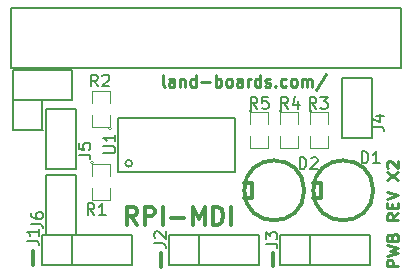
<source format=gto>
G04 (created by PCBNEW (2013-07-07 BZR 4022)-stable) date 11/27/2014 11:17:14 AM*
%MOIN*%
G04 Gerber Fmt 3.4, Leading zero omitted, Abs format*
%FSLAX34Y34*%
G01*
G70*
G90*
G04 APERTURE LIST*
%ADD10C,0.00590551*%
%ADD11C,0.011811*%
%ADD12C,0.00984252*%
%ADD13C,0.008*%
%ADD14C,0.006*%
%ADD15C,0.0039*%
%ADD16C,0.005*%
%ADD17C,0.012*%
G04 APERTURE END LIST*
G54D10*
G54D11*
X18680Y-20346D02*
X18680Y-20795D01*
X22950Y-20406D02*
X22950Y-20855D01*
X26680Y-20386D02*
X26680Y-20835D01*
X22151Y-19451D02*
X21954Y-19170D01*
X21813Y-19451D02*
X21813Y-18861D01*
X22038Y-18861D01*
X22095Y-18889D01*
X22123Y-18917D01*
X22151Y-18973D01*
X22151Y-19057D01*
X22123Y-19114D01*
X22095Y-19142D01*
X22038Y-19170D01*
X21813Y-19170D01*
X22404Y-19451D02*
X22404Y-18861D01*
X22629Y-18861D01*
X22685Y-18889D01*
X22713Y-18917D01*
X22741Y-18973D01*
X22741Y-19057D01*
X22713Y-19114D01*
X22685Y-19142D01*
X22629Y-19170D01*
X22404Y-19170D01*
X22994Y-19451D02*
X22994Y-18861D01*
X23276Y-19226D02*
X23726Y-19226D01*
X24007Y-19451D02*
X24007Y-18861D01*
X24204Y-19282D01*
X24401Y-18861D01*
X24401Y-19451D01*
X24682Y-19451D02*
X24682Y-18861D01*
X24822Y-18861D01*
X24907Y-18889D01*
X24963Y-18945D01*
X24991Y-19001D01*
X25019Y-19114D01*
X25019Y-19198D01*
X24991Y-19311D01*
X24963Y-19367D01*
X24907Y-19423D01*
X24822Y-19451D01*
X24682Y-19451D01*
X25272Y-19451D02*
X25272Y-18861D01*
G54D12*
X30859Y-20843D02*
X30465Y-20843D01*
X30465Y-20693D01*
X30484Y-20656D01*
X30503Y-20637D01*
X30540Y-20618D01*
X30596Y-20618D01*
X30634Y-20637D01*
X30653Y-20656D01*
X30671Y-20693D01*
X30671Y-20843D01*
X30465Y-20487D02*
X30859Y-20393D01*
X30578Y-20318D01*
X30859Y-20243D01*
X30465Y-20149D01*
X30653Y-19868D02*
X30671Y-19812D01*
X30690Y-19793D01*
X30728Y-19774D01*
X30784Y-19774D01*
X30821Y-19793D01*
X30840Y-19812D01*
X30859Y-19849D01*
X30859Y-19999D01*
X30465Y-19999D01*
X30465Y-19868D01*
X30484Y-19831D01*
X30503Y-19812D01*
X30540Y-19793D01*
X30578Y-19793D01*
X30615Y-19812D01*
X30634Y-19831D01*
X30653Y-19868D01*
X30653Y-19999D01*
X30859Y-19081D02*
X30671Y-19212D01*
X30859Y-19306D02*
X30465Y-19306D01*
X30465Y-19156D01*
X30484Y-19118D01*
X30503Y-19100D01*
X30540Y-19081D01*
X30596Y-19081D01*
X30634Y-19100D01*
X30653Y-19118D01*
X30671Y-19156D01*
X30671Y-19306D01*
X30653Y-18912D02*
X30653Y-18781D01*
X30859Y-18725D02*
X30859Y-18912D01*
X30465Y-18912D01*
X30465Y-18725D01*
X30465Y-18612D02*
X30859Y-18481D01*
X30465Y-18350D01*
X30465Y-17956D02*
X30859Y-17693D01*
X30465Y-17693D02*
X30859Y-17956D01*
X30503Y-17562D02*
X30484Y-17543D01*
X30465Y-17506D01*
X30465Y-17412D01*
X30484Y-17375D01*
X30503Y-17356D01*
X30540Y-17337D01*
X30578Y-17337D01*
X30634Y-17356D01*
X30859Y-17581D01*
X30859Y-17337D01*
X23065Y-14859D02*
X23028Y-14840D01*
X23009Y-14803D01*
X23009Y-14465D01*
X23384Y-14859D02*
X23384Y-14653D01*
X23365Y-14615D01*
X23328Y-14596D01*
X23253Y-14596D01*
X23215Y-14615D01*
X23384Y-14840D02*
X23347Y-14859D01*
X23253Y-14859D01*
X23215Y-14840D01*
X23197Y-14803D01*
X23197Y-14765D01*
X23215Y-14728D01*
X23253Y-14709D01*
X23347Y-14709D01*
X23384Y-14690D01*
X23572Y-14596D02*
X23572Y-14859D01*
X23572Y-14634D02*
X23590Y-14615D01*
X23628Y-14596D01*
X23684Y-14596D01*
X23722Y-14615D01*
X23740Y-14653D01*
X23740Y-14859D01*
X24097Y-14859D02*
X24097Y-14465D01*
X24097Y-14840D02*
X24059Y-14859D01*
X23984Y-14859D01*
X23947Y-14840D01*
X23928Y-14821D01*
X23909Y-14784D01*
X23909Y-14671D01*
X23928Y-14634D01*
X23947Y-14615D01*
X23984Y-14596D01*
X24059Y-14596D01*
X24097Y-14615D01*
X24284Y-14709D02*
X24584Y-14709D01*
X24771Y-14859D02*
X24771Y-14465D01*
X24771Y-14615D02*
X24809Y-14596D01*
X24884Y-14596D01*
X24921Y-14615D01*
X24940Y-14634D01*
X24959Y-14671D01*
X24959Y-14784D01*
X24940Y-14821D01*
X24921Y-14840D01*
X24884Y-14859D01*
X24809Y-14859D01*
X24771Y-14840D01*
X25184Y-14859D02*
X25146Y-14840D01*
X25128Y-14821D01*
X25109Y-14784D01*
X25109Y-14671D01*
X25128Y-14634D01*
X25146Y-14615D01*
X25184Y-14596D01*
X25240Y-14596D01*
X25278Y-14615D01*
X25296Y-14634D01*
X25315Y-14671D01*
X25315Y-14784D01*
X25296Y-14821D01*
X25278Y-14840D01*
X25240Y-14859D01*
X25184Y-14859D01*
X25653Y-14859D02*
X25653Y-14653D01*
X25634Y-14615D01*
X25596Y-14596D01*
X25521Y-14596D01*
X25484Y-14615D01*
X25653Y-14840D02*
X25615Y-14859D01*
X25521Y-14859D01*
X25484Y-14840D01*
X25465Y-14803D01*
X25465Y-14765D01*
X25484Y-14728D01*
X25521Y-14709D01*
X25615Y-14709D01*
X25653Y-14690D01*
X25840Y-14859D02*
X25840Y-14596D01*
X25840Y-14671D02*
X25859Y-14634D01*
X25878Y-14615D01*
X25915Y-14596D01*
X25953Y-14596D01*
X26253Y-14859D02*
X26253Y-14465D01*
X26253Y-14840D02*
X26215Y-14859D01*
X26140Y-14859D01*
X26103Y-14840D01*
X26084Y-14821D01*
X26065Y-14784D01*
X26065Y-14671D01*
X26084Y-14634D01*
X26103Y-14615D01*
X26140Y-14596D01*
X26215Y-14596D01*
X26253Y-14615D01*
X26421Y-14840D02*
X26459Y-14859D01*
X26534Y-14859D01*
X26571Y-14840D01*
X26590Y-14803D01*
X26590Y-14784D01*
X26571Y-14746D01*
X26534Y-14728D01*
X26478Y-14728D01*
X26440Y-14709D01*
X26421Y-14671D01*
X26421Y-14653D01*
X26440Y-14615D01*
X26478Y-14596D01*
X26534Y-14596D01*
X26571Y-14615D01*
X26759Y-14821D02*
X26777Y-14840D01*
X26759Y-14859D01*
X26740Y-14840D01*
X26759Y-14821D01*
X26759Y-14859D01*
X27115Y-14840D02*
X27077Y-14859D01*
X27002Y-14859D01*
X26965Y-14840D01*
X26946Y-14821D01*
X26927Y-14784D01*
X26927Y-14671D01*
X26946Y-14634D01*
X26965Y-14615D01*
X27002Y-14596D01*
X27077Y-14596D01*
X27115Y-14615D01*
X27340Y-14859D02*
X27302Y-14840D01*
X27284Y-14821D01*
X27265Y-14784D01*
X27265Y-14671D01*
X27284Y-14634D01*
X27302Y-14615D01*
X27340Y-14596D01*
X27396Y-14596D01*
X27434Y-14615D01*
X27452Y-14634D01*
X27471Y-14671D01*
X27471Y-14784D01*
X27452Y-14821D01*
X27434Y-14840D01*
X27396Y-14859D01*
X27340Y-14859D01*
X27640Y-14859D02*
X27640Y-14596D01*
X27640Y-14634D02*
X27659Y-14615D01*
X27696Y-14596D01*
X27752Y-14596D01*
X27790Y-14615D01*
X27809Y-14653D01*
X27809Y-14859D01*
X27809Y-14653D02*
X27827Y-14615D01*
X27865Y-14596D01*
X27921Y-14596D01*
X27959Y-14615D01*
X27977Y-14653D01*
X27977Y-14859D01*
X28446Y-14446D02*
X28109Y-14953D01*
G54D13*
X17944Y-14228D02*
X30944Y-14228D01*
X30944Y-12228D02*
X17944Y-12228D01*
X17944Y-12228D02*
X17944Y-14228D01*
X30944Y-14228D02*
X30944Y-12228D01*
G54D14*
X26916Y-20811D02*
X26916Y-19811D01*
X26916Y-19811D02*
X29916Y-19811D01*
X29916Y-19811D02*
X29916Y-20811D01*
X29916Y-20811D02*
X26916Y-20811D01*
X27916Y-19811D02*
X27916Y-20811D01*
G54D15*
X27966Y-15661D02*
G75*
G03X27966Y-15661I-50J0D01*
G74*
G01*
X27916Y-16111D02*
X27916Y-15711D01*
X27916Y-15711D02*
X28516Y-15711D01*
X28516Y-15711D02*
X28516Y-16111D01*
X28516Y-16511D02*
X28516Y-16911D01*
X28516Y-16911D02*
X27916Y-16911D01*
X27916Y-16911D02*
X27916Y-16511D01*
X21294Y-16240D02*
G75*
G03X21294Y-16240I-50J0D01*
G74*
G01*
X21244Y-15790D02*
X21244Y-16190D01*
X21244Y-16190D02*
X20644Y-16190D01*
X20644Y-16190D02*
X20644Y-15790D01*
X20644Y-15390D02*
X20644Y-14990D01*
X20644Y-14990D02*
X21244Y-14990D01*
X21244Y-14990D02*
X21244Y-15390D01*
X20694Y-17381D02*
G75*
G03X20694Y-17381I-50J0D01*
G74*
G01*
X20644Y-17831D02*
X20644Y-17431D01*
X20644Y-17431D02*
X21244Y-17431D01*
X21244Y-17431D02*
X21244Y-17831D01*
X21244Y-18231D02*
X21244Y-18631D01*
X21244Y-18631D02*
X20644Y-18631D01*
X20644Y-18631D02*
X20644Y-18231D01*
X26966Y-15661D02*
G75*
G03X26966Y-15661I-50J0D01*
G74*
G01*
X26916Y-16111D02*
X26916Y-15711D01*
X26916Y-15711D02*
X27516Y-15711D01*
X27516Y-15711D02*
X27516Y-16111D01*
X27516Y-16511D02*
X27516Y-16911D01*
X27516Y-16911D02*
X26916Y-16911D01*
X26916Y-16911D02*
X26916Y-16511D01*
X25966Y-15661D02*
G75*
G03X25966Y-15661I-50J0D01*
G74*
G01*
X25916Y-16111D02*
X25916Y-15711D01*
X25916Y-15711D02*
X26516Y-15711D01*
X26516Y-15711D02*
X26516Y-16111D01*
X26516Y-16511D02*
X26516Y-16911D01*
X26516Y-16911D02*
X25916Y-16911D01*
X25916Y-16911D02*
X25916Y-16511D01*
G54D14*
X23216Y-20811D02*
X23216Y-19811D01*
X23216Y-19811D02*
X26216Y-19811D01*
X26216Y-19811D02*
X26216Y-20811D01*
X26216Y-20811D02*
X23216Y-20811D01*
X24216Y-19811D02*
X24216Y-20811D01*
X20100Y-17600D02*
X19100Y-17600D01*
X19100Y-17600D02*
X19100Y-15600D01*
X19100Y-15600D02*
X20100Y-15600D01*
X20100Y-15600D02*
X20100Y-17600D01*
X20100Y-19800D02*
X19100Y-19800D01*
X19100Y-19800D02*
X19100Y-17800D01*
X19100Y-17800D02*
X20100Y-17800D01*
X20100Y-17800D02*
X20100Y-19800D01*
X18966Y-20811D02*
X18966Y-19811D01*
X18966Y-19811D02*
X21966Y-19811D01*
X21966Y-19811D02*
X21966Y-20811D01*
X21966Y-20811D02*
X18966Y-20811D01*
X19966Y-19811D02*
X19966Y-20811D01*
X29966Y-16561D02*
X28966Y-16561D01*
X28966Y-16561D02*
X28966Y-14561D01*
X28966Y-14561D02*
X29966Y-14561D01*
X29966Y-14561D02*
X29966Y-16561D01*
G54D16*
X25416Y-15911D02*
X21516Y-15911D01*
X21516Y-15911D02*
X21516Y-17711D01*
X21516Y-17711D02*
X25416Y-17711D01*
X25416Y-17711D02*
X25416Y-15911D01*
X21978Y-17411D02*
G75*
G03X21978Y-17411I-111J0D01*
G74*
G01*
G54D17*
X30016Y-18311D02*
G75*
G03X30016Y-18311I-1000J0D01*
G74*
G01*
X28016Y-18561D02*
X28266Y-18561D01*
X28266Y-18561D02*
X28266Y-18061D01*
X28266Y-18061D02*
X28016Y-18061D01*
X27716Y-18311D02*
G75*
G03X27716Y-18311I-1000J0D01*
G74*
G01*
X25716Y-18561D02*
X25966Y-18561D01*
X25966Y-18561D02*
X25966Y-18061D01*
X25966Y-18061D02*
X25716Y-18061D01*
G54D10*
X18992Y-16276D02*
X18992Y-15292D01*
X18007Y-16276D02*
X18007Y-14406D01*
X18007Y-14406D02*
X18007Y-14307D01*
X18007Y-14307D02*
X19976Y-14307D01*
X19976Y-14307D02*
X19976Y-15292D01*
X19976Y-15292D02*
X18992Y-15292D01*
G54D14*
X19000Y-16300D02*
X18000Y-16300D01*
X18000Y-15300D02*
X19000Y-15300D01*
G54D10*
X26432Y-20092D02*
X26713Y-20092D01*
X26769Y-20111D01*
X26807Y-20148D01*
X26825Y-20204D01*
X26825Y-20242D01*
X26432Y-19942D02*
X26432Y-19698D01*
X26582Y-19829D01*
X26582Y-19773D01*
X26600Y-19736D01*
X26619Y-19717D01*
X26657Y-19698D01*
X26750Y-19698D01*
X26788Y-19717D01*
X26807Y-19736D01*
X26825Y-19773D01*
X26825Y-19886D01*
X26807Y-19923D01*
X26788Y-19942D01*
X28123Y-15592D02*
X27992Y-15404D01*
X27898Y-15592D02*
X27898Y-15198D01*
X28048Y-15198D01*
X28085Y-15217D01*
X28104Y-15236D01*
X28123Y-15273D01*
X28123Y-15329D01*
X28104Y-15367D01*
X28085Y-15386D01*
X28048Y-15404D01*
X27898Y-15404D01*
X28254Y-15198D02*
X28498Y-15198D01*
X28367Y-15348D01*
X28423Y-15348D01*
X28460Y-15367D01*
X28479Y-15386D01*
X28498Y-15423D01*
X28498Y-15517D01*
X28479Y-15554D01*
X28460Y-15573D01*
X28423Y-15592D01*
X28310Y-15592D01*
X28273Y-15573D01*
X28254Y-15554D01*
X20839Y-14844D02*
X20708Y-14656D01*
X20614Y-14844D02*
X20614Y-14450D01*
X20764Y-14450D01*
X20802Y-14469D01*
X20821Y-14488D01*
X20839Y-14525D01*
X20839Y-14581D01*
X20821Y-14619D01*
X20802Y-14638D01*
X20764Y-14656D01*
X20614Y-14656D01*
X20989Y-14488D02*
X21008Y-14469D01*
X21046Y-14450D01*
X21139Y-14450D01*
X21177Y-14469D01*
X21196Y-14488D01*
X21214Y-14525D01*
X21214Y-14563D01*
X21196Y-14619D01*
X20971Y-14844D01*
X21214Y-14844D01*
X20721Y-19135D02*
X20590Y-18948D01*
X20496Y-19135D02*
X20496Y-18742D01*
X20646Y-18742D01*
X20684Y-18760D01*
X20703Y-18779D01*
X20721Y-18817D01*
X20721Y-18873D01*
X20703Y-18910D01*
X20684Y-18929D01*
X20646Y-18948D01*
X20496Y-18948D01*
X21096Y-19135D02*
X20871Y-19135D01*
X20984Y-19135D02*
X20984Y-18742D01*
X20946Y-18798D01*
X20909Y-18835D01*
X20871Y-18854D01*
X27178Y-15592D02*
X27047Y-15404D01*
X26953Y-15592D02*
X26953Y-15198D01*
X27103Y-15198D01*
X27140Y-15217D01*
X27159Y-15236D01*
X27178Y-15273D01*
X27178Y-15329D01*
X27159Y-15367D01*
X27140Y-15386D01*
X27103Y-15404D01*
X26953Y-15404D01*
X27515Y-15329D02*
X27515Y-15592D01*
X27422Y-15179D02*
X27328Y-15461D01*
X27572Y-15461D01*
X26154Y-15592D02*
X26023Y-15404D01*
X25929Y-15592D02*
X25929Y-15198D01*
X26079Y-15198D01*
X26117Y-15217D01*
X26136Y-15236D01*
X26154Y-15273D01*
X26154Y-15329D01*
X26136Y-15367D01*
X26117Y-15386D01*
X26079Y-15404D01*
X25929Y-15404D01*
X26511Y-15198D02*
X26323Y-15198D01*
X26304Y-15386D01*
X26323Y-15367D01*
X26361Y-15348D01*
X26454Y-15348D01*
X26492Y-15367D01*
X26511Y-15386D01*
X26529Y-15423D01*
X26529Y-15517D01*
X26511Y-15554D01*
X26492Y-15573D01*
X26454Y-15592D01*
X26361Y-15592D01*
X26323Y-15573D01*
X26304Y-15554D01*
X22712Y-20072D02*
X22993Y-20072D01*
X23049Y-20091D01*
X23087Y-20128D01*
X23105Y-20184D01*
X23105Y-20222D01*
X22749Y-19903D02*
X22730Y-19884D01*
X22712Y-19847D01*
X22712Y-19753D01*
X22730Y-19716D01*
X22749Y-19697D01*
X22787Y-19678D01*
X22824Y-19678D01*
X22880Y-19697D01*
X23105Y-19922D01*
X23105Y-19678D01*
X20199Y-17120D02*
X20480Y-17120D01*
X20536Y-17138D01*
X20574Y-17176D01*
X20592Y-17232D01*
X20592Y-17270D01*
X20199Y-16745D02*
X20199Y-16932D01*
X20386Y-16951D01*
X20367Y-16932D01*
X20349Y-16895D01*
X20349Y-16801D01*
X20367Y-16764D01*
X20386Y-16745D01*
X20424Y-16726D01*
X20517Y-16726D01*
X20555Y-16745D01*
X20574Y-16764D01*
X20592Y-16801D01*
X20592Y-16895D01*
X20574Y-16932D01*
X20555Y-16951D01*
X18615Y-19431D02*
X18896Y-19431D01*
X18953Y-19449D01*
X18990Y-19487D01*
X19009Y-19543D01*
X19009Y-19581D01*
X18615Y-19075D02*
X18615Y-19150D01*
X18634Y-19187D01*
X18653Y-19206D01*
X18709Y-19243D01*
X18784Y-19262D01*
X18934Y-19262D01*
X18971Y-19243D01*
X18990Y-19225D01*
X19009Y-19187D01*
X19009Y-19112D01*
X18990Y-19075D01*
X18971Y-19056D01*
X18934Y-19037D01*
X18840Y-19037D01*
X18803Y-19056D01*
X18784Y-19075D01*
X18765Y-19112D01*
X18765Y-19187D01*
X18784Y-19225D01*
X18803Y-19243D01*
X18840Y-19262D01*
X18472Y-19992D02*
X18753Y-19992D01*
X18809Y-20011D01*
X18847Y-20048D01*
X18865Y-20104D01*
X18865Y-20142D01*
X18865Y-19598D02*
X18865Y-19823D01*
X18865Y-19711D02*
X18472Y-19711D01*
X18528Y-19748D01*
X18565Y-19786D01*
X18584Y-19823D01*
X29982Y-16192D02*
X30263Y-16192D01*
X30319Y-16211D01*
X30357Y-16248D01*
X30375Y-16304D01*
X30375Y-16342D01*
X30113Y-15836D02*
X30375Y-15836D01*
X29963Y-15929D02*
X30244Y-16023D01*
X30244Y-15779D01*
X21025Y-17071D02*
X21344Y-17071D01*
X21381Y-17052D01*
X21400Y-17034D01*
X21419Y-16996D01*
X21419Y-16921D01*
X21400Y-16884D01*
X21381Y-16865D01*
X21344Y-16846D01*
X21025Y-16846D01*
X21419Y-16452D02*
X21419Y-16677D01*
X21419Y-16565D02*
X21025Y-16565D01*
X21081Y-16602D01*
X21119Y-16640D01*
X21137Y-16677D01*
X29631Y-17407D02*
X29631Y-17013D01*
X29725Y-17013D01*
X29781Y-17032D01*
X29818Y-17069D01*
X29837Y-17107D01*
X29856Y-17182D01*
X29856Y-17238D01*
X29837Y-17313D01*
X29818Y-17351D01*
X29781Y-17388D01*
X29725Y-17407D01*
X29631Y-17407D01*
X30231Y-17407D02*
X30006Y-17407D01*
X30118Y-17407D02*
X30118Y-17013D01*
X30081Y-17069D01*
X30043Y-17107D01*
X30006Y-17126D01*
X27567Y-17604D02*
X27567Y-17210D01*
X27661Y-17210D01*
X27717Y-17229D01*
X27755Y-17266D01*
X27773Y-17304D01*
X27792Y-17379D01*
X27792Y-17435D01*
X27773Y-17510D01*
X27755Y-17547D01*
X27717Y-17585D01*
X27661Y-17604D01*
X27567Y-17604D01*
X27942Y-17248D02*
X27961Y-17229D01*
X27998Y-17210D01*
X28092Y-17210D01*
X28130Y-17229D01*
X28148Y-17248D01*
X28167Y-17285D01*
X28167Y-17323D01*
X28148Y-17379D01*
X27923Y-17604D01*
X28167Y-17604D01*
M02*

</source>
